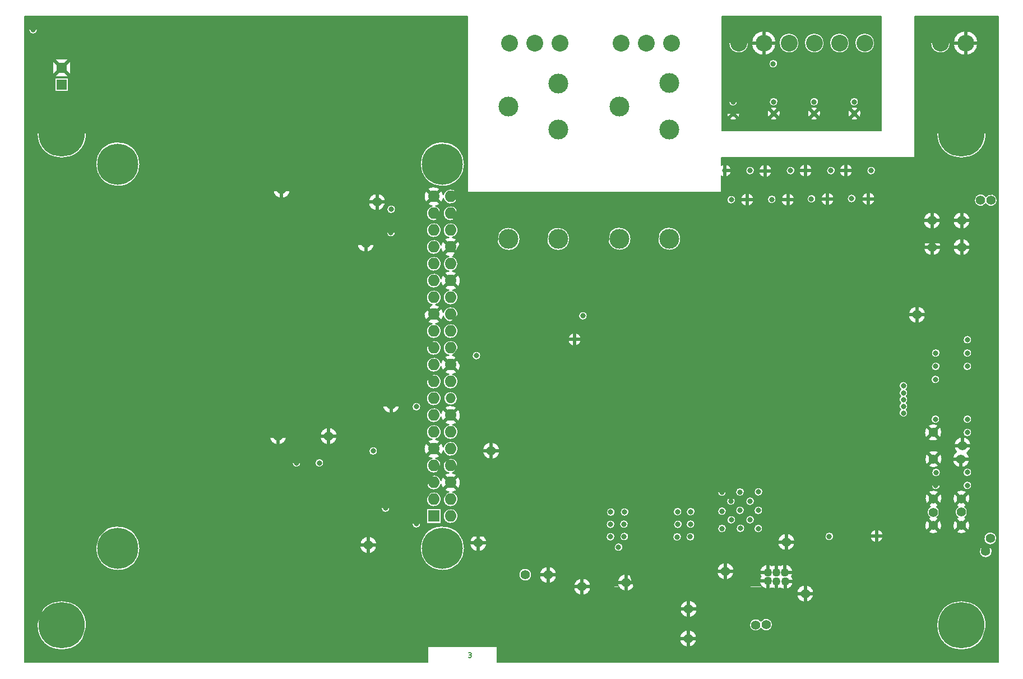
<source format=gbr>
%FSLAX23Y23*%
%MOIN*%
G04 EasyPC Gerber Version 17.0 Build 3379 *
%ADD74O,0.06000X0.06000*%
%ADD73O,0.07000X0.07000*%
%ADD77R,0.06000X0.06000*%
%ADD75R,0.07000X0.07000*%
%ADD28C,0.00500*%
%ADD29C,0.02000*%
%ADD81C,0.03200*%
%ADD82C,0.05000*%
%ADD80C,0.05600*%
%ADD78C,0.10000*%
%ADD79C,0.11811*%
%ADD76C,0.24409*%
%ADD72C,0.27500*%
X0Y0D02*
D02*
D28*
X2454Y58D02*
Y152D01*
X2868*
Y58*
X5849*
Y3898*
X5350*
Y3061*
X4201*
Y3014*
G75*
G02X4261Y2982I21J-32*
G01*
G75*
G02X4201Y2949I-39*
G01*
Y2852*
X2691*
Y3898*
X59*
Y58*
X2454*
X83Y3819D02*
G75*
G02X134I26D01*
G01*
G75*
G02X83I-26*
G01*
X132Y278D02*
G75*
G02X426I147D01*
G01*
G75*
G02X132I-147*
G01*
Y3203D02*
G75*
G02X426I147D01*
G01*
G75*
G02X132I-147*
G01*
X226Y3646D02*
X331D01*
Y3541*
X226*
Y3646*
X239Y3533D02*
X318D01*
Y3454*
X239*
Y3533*
X612Y605D02*
G75*
G02Y868J132D01*
G01*
G75*
G02Y605J-132*
G01*
Y2889D02*
G75*
G02Y3152J132D01*
G01*
G75*
G02Y2889J-132*
G01*
X1515Y1403D02*
G75*
G02X1616I51D01*
G01*
G75*
G02X1515I-51*
G01*
X1536Y2868D02*
G75*
G02X1637I51D01*
G01*
G75*
G02X1536I-51*
G01*
X1649Y1244D02*
G75*
G02X1700I26D01*
G01*
G75*
G02X1649I-26*
G01*
X1785D02*
G75*
G02X1836I26D01*
G01*
G75*
G02X1785I-26*
G01*
X1815Y1403D02*
G75*
G02X1916I51D01*
G01*
G75*
G02X1815I-51*
G01*
X2036Y2548D02*
G75*
G02X2137I51D01*
G01*
G75*
G02X2036I-51*
G01*
X2051Y756D02*
G75*
G02X2152I51D01*
G01*
G75*
G02X2051I-51*
G01*
X2103Y2795D02*
G75*
G02X2204I51D01*
G01*
G75*
G02X2103I-51*
G01*
X2105Y1315D02*
G75*
G02X2156I26D01*
G01*
G75*
G02X2105I-26*
G01*
X2179Y975D02*
G75*
G02X2230I26D01*
G01*
G75*
G02X2179I-26*
G01*
X2187Y1590D02*
G75*
G02X2288I51D01*
G01*
G75*
G02X2187I-51*
G01*
X2211Y2613D02*
G75*
G02X2262I26D01*
G01*
G75*
G02X2211I-26*
G01*
X2212Y2752D02*
G75*
G02X2263I26D01*
G01*
G75*
G02X2212I-26*
G01*
X2362Y882D02*
G75*
G02X2413I26D01*
G01*
G75*
G02X2362I-26*
G01*
Y1578D02*
G75*
G02X2413I26D01*
G01*
G75*
G02X2362I-26*
G01*
X2447Y972D02*
X2536D01*
Y883*
X2447*
Y972*
X2481Y1271D02*
G75*
G02Y1384I10J57D01*
G01*
G75*
G02X2491Y1472I10J43*
G01*
G75*
G02X2501Y1384J-44*
G01*
G75*
G02X2548Y1338I-10J-57*
G01*
G75*
G02X2591Y1372I43J-10*
G01*
G75*
G02Y1283J-44*
G01*
G75*
G02X2548Y1318J44*
G01*
G75*
G02X2501Y1271I-57J10*
G01*
G75*
G02X2491Y1183I-10J-43*
G01*
G75*
G02X2481Y1271J44*
G01*
Y2071D02*
G75*
G02Y2184I10J57D01*
G01*
G75*
G02X2491Y2272I10J43*
G01*
G75*
G02X2501Y2184J-44*
G01*
G75*
G02X2548Y2138I-10J-57*
G01*
G75*
G02X2591Y2172I43J-10*
G01*
G75*
G02Y2083J-44*
G01*
G75*
G02X2548Y2118J44*
G01*
G75*
G02X2501Y2071I-57J10*
G01*
G75*
G02X2491Y1983I-10J-43*
G01*
G75*
G02X2481Y2071J44*
G01*
Y2771D02*
G75*
G02X2491Y2885I10J57D01*
G01*
G75*
G02X2548Y2838J-58*
G01*
G75*
G02X2591Y2872I43J-10*
G01*
G75*
G02Y2783J-44*
G01*
G75*
G02X2548Y2818J44*
G01*
G75*
G02X2501Y2771I-57J10*
G01*
G75*
G02X2491Y2683I-10J-43*
G01*
G75*
G02X2481Y2771J44*
G01*
X2491Y1072D02*
G75*
G02Y983J-44D01*
G01*
G75*
G02Y1072J44*
G01*
Y1672D02*
G75*
G02Y1583J-44D01*
G01*
G75*
G02Y1672J44*
G01*
Y1772D02*
G75*
G02Y1683J-44D01*
G01*
G75*
G02Y1772J44*
G01*
Y1972D02*
G75*
G02Y1883J-44D01*
G01*
G75*
G02Y1972J44*
G01*
Y2472D02*
G75*
G02Y2383J-44D01*
G01*
G75*
G02Y2472J44*
G01*
Y2672D02*
G75*
G02Y2583J-44D01*
G01*
G75*
G02Y2672J44*
G01*
X2534Y1118D02*
G75*
G02X2491Y1083I-43J10D01*
G01*
G75*
G02Y1172J44*
G01*
G75*
G02X2534Y1138J-44*
G01*
G75*
G02X2581Y1184I57J-10*
G01*
G75*
G02X2591Y1272I10J43*
G01*
G75*
G02X2601Y1184J-44*
G01*
G75*
G02Y1071I-10J-57*
G01*
G75*
G02X2591Y983I-10J-43*
G01*
G75*
G02X2581Y1071J44*
G01*
G75*
G02X2534Y1118I10J57*
G01*
Y1518D02*
G75*
G02X2491Y1483I-43J10D01*
G01*
G75*
G02Y1572J44*
G01*
G75*
G02X2534Y1538J-44*
G01*
G75*
G02X2591Y1585I57J-10*
G01*
G75*
G02X2601Y1471J-58*
G01*
G75*
G02X2591Y1383I-10J-43*
G01*
G75*
G02X2581Y1471J44*
G01*
G75*
G02X2534Y1518I10J57*
G01*
Y1818D02*
G75*
G02X2491Y1783I-43J10D01*
G01*
G75*
G02Y1872J44*
G01*
G75*
G02X2534Y1838J-44*
G01*
G75*
G02X2581Y1884I57J-10*
G01*
G75*
G02X2591Y1972I10J43*
G01*
G75*
G02X2601Y1884J-44*
G01*
G75*
G02Y1771I-10J-57*
G01*
G75*
G02X2591Y1683I-10J-43*
G01*
G75*
G02X2581Y1771J44*
G01*
G75*
G02X2534Y1818I10J57*
G01*
Y2318D02*
G75*
G02X2491Y2283I-43J10D01*
G01*
G75*
G02Y2372J44*
G01*
G75*
G02X2534Y2338J-44*
G01*
G75*
G02X2581Y2384I57J-10*
G01*
G75*
G02Y2471I10J43*
G01*
G75*
G02X2534Y2518I10J57*
G01*
G75*
G02X2491Y2483I-43J10*
G01*
G75*
G02Y2572J44*
G01*
G75*
G02X2534Y2538J-44*
G01*
G75*
G02X2581Y2584I57J-10*
G01*
G75*
G02X2591Y2672I10J43*
G01*
G75*
G02X2601Y2584J-44*
G01*
G75*
G02Y2471I-10J-57*
G01*
G75*
G02Y2384I-10J-43*
G01*
G75*
G02Y2271I-10J-57*
G01*
G75*
G02X2591Y2183I-10J-43*
G01*
G75*
G02X2581Y2271J44*
G01*
G75*
G02X2534Y2318I10J57*
G01*
X2542Y605D02*
G75*
G02Y868J132D01*
G01*
G75*
G02Y605J-132*
G01*
Y2889D02*
G75*
G02Y3152J132D01*
G01*
G75*
G02Y2889J-132*
G01*
X2591Y883D02*
G75*
G02Y972J44D01*
G01*
G75*
G02Y883J-44*
G01*
Y1588D02*
G75*
G02Y1667J40D01*
G01*
G75*
G02Y1588J-40*
G01*
Y1983D02*
G75*
G02Y2072J44D01*
G01*
G75*
G02Y1983J-44*
G01*
Y2683D02*
G75*
G02Y2772J44D01*
G01*
G75*
G02Y2683J-44*
G01*
X2705Y768D02*
G75*
G02X2806I51D01*
G01*
G75*
G02X2705I-51*
G01*
X2719Y1882D02*
G75*
G02X2770I26D01*
G01*
G75*
G02X2719I-26*
G01*
X2832Y1266D02*
G75*
G02Y1367J51D01*
G01*
G75*
G02Y1266J-51*
G01*
X2935Y2644D02*
G75*
G02Y2507J-69D01*
G01*
G75*
G02Y2644J69*
G01*
X3035Y542D02*
G75*
G02Y617J38D01*
G01*
G75*
G02Y542J-38*
G01*
X3120Y578D02*
G75*
G02X3221I51D01*
G01*
G75*
G02X3120I-51*
G01*
X3230Y2644D02*
G75*
G02Y2507J-69D01*
G01*
G75*
G02Y2644J69*
G01*
X3290Y1978D02*
G75*
G02X3367I39D01*
G01*
G75*
G02X3290I-39*
G01*
X3323Y508D02*
G75*
G02X3424I51D01*
G01*
G75*
G02X3323I-51*
G01*
X3352Y2119D02*
G75*
G02X3403I26D01*
G01*
G75*
G02X3352I-26*
G01*
X3516Y805D02*
G75*
G02X3567I26D01*
G01*
G75*
G02X3516I-26*
G01*
Y879D02*
G75*
G02X3567I26D01*
G01*
G75*
G02X3516I-26*
G01*
X3518Y952D02*
G75*
G02X3569I26D01*
G01*
G75*
G02X3518I-26*
G01*
X3564Y743D02*
G75*
G02X3615I26D01*
G01*
G75*
G02X3564I-26*
G01*
X3595Y2645D02*
G75*
G02Y2508J-69D01*
G01*
G75*
G02Y2645J69*
G01*
X3596Y880D02*
G75*
G02X3647I26D01*
G01*
G75*
G02X3596I-26*
G01*
X3598Y806D02*
G75*
G02X3649I26D01*
G01*
G75*
G02X3598I-26*
G01*
X3600Y952D02*
G75*
G02X3651I26D01*
G01*
G75*
G02X3600I-26*
G01*
X3635Y583D02*
G75*
G02Y482J-51D01*
G01*
G75*
G02Y583J51*
G01*
X3891Y2645D02*
G75*
G02Y2508J-69D01*
G01*
G75*
G02Y2645J69*
G01*
X3912Y804D02*
G75*
G02X3963I26D01*
G01*
G75*
G02X3912I-26*
G01*
X3915Y954D02*
G75*
G02X3966I26D01*
G01*
G75*
G02X3915I-26*
G01*
X3917Y879D02*
G75*
G02X3968I26D01*
G01*
G75*
G02X3917I-26*
G01*
X3953Y200D02*
G75*
G02X4054I51D01*
G01*
G75*
G02X3953I-51*
G01*
X3956Y376D02*
G75*
G02X4057I51D01*
G01*
G75*
G02X3956I-51*
G01*
X3991Y805D02*
G75*
G02X4042I26D01*
G01*
G75*
G02X3991I-26*
G01*
X3992Y880D02*
G75*
G02X4043I26D01*
G01*
G75*
G02X3992I-26*
G01*
X3993Y954D02*
G75*
G02X4044I26D01*
G01*
G75*
G02X3993I-26*
G01*
X4175Y600D02*
G75*
G02X4276I51D01*
G01*
G75*
G02X4175I-51*
G01*
X4179Y854D02*
G75*
G02X4230I26D01*
G01*
G75*
G02X4179I-26*
G01*
Y957D02*
G75*
G02X4230I26D01*
G01*
G75*
G02X4179I-26*
G01*
Y1070D02*
G75*
G02X4230I26D01*
G01*
G75*
G02X4179I-26*
G01*
X4232Y1017D02*
G75*
G02X4283I26D01*
G01*
G75*
G02X4232I-26*
G01*
X4234Y906D02*
G75*
G02X4285I26D01*
G01*
G75*
G02X4234I-26*
G01*
Y2809D02*
G75*
G02X4285I26D01*
G01*
G75*
G02X4234I-26*
G01*
X4286Y962D02*
G75*
G02X4337I26D01*
G01*
G75*
G02X4286I-26*
G01*
Y1071D02*
G75*
G02X4337I26D01*
G01*
G75*
G02X4286I-26*
G01*
X4289Y855D02*
G75*
G02X4340I26D01*
G01*
G75*
G02X4289I-26*
G01*
X4316Y2809D02*
G75*
G02X4393I39D01*
G01*
G75*
G02X4316I-39*
G01*
X4346Y906D02*
G75*
G02X4397I26D01*
G01*
G75*
G02X4346I-26*
G01*
Y1016D02*
G75*
G02X4397I26D01*
G01*
G75*
G02X4346I-26*
G01*
Y2982D02*
G75*
G02X4397I26D01*
G01*
G75*
G02X4346I-26*
G01*
X4395Y854D02*
G75*
G02X4446I26D01*
G01*
G75*
G02X4395I-26*
G01*
Y962D02*
G75*
G02X4446I26D01*
G01*
G75*
G02X4395I-26*
G01*
X4396Y1072D02*
G75*
G02X4447I26D01*
G01*
G75*
G02X4396I-26*
G01*
X4424Y2980D02*
G75*
G02X4501I39D01*
G01*
G75*
G02X4424I-39*
G01*
X4436Y302D02*
G75*
G02X4505Y282I32J-20D01*
G01*
G75*
G02X4437Y261I-38*
G01*
G75*
G02X4368Y281I-32J20*
G01*
G75*
G02X4436Y302I38*
G01*
X4437Y567D02*
G75*
G02X4502Y633I40J26D01*
G01*
G75*
G02X4552Y633I26J-40*
G01*
G75*
G02X4619Y568I27J-39*
G01*
G75*
G02X4554Y501I-39J-28*
G01*
G75*
G02X4501Y501I-26J40*
G01*
G75*
G02X4437Y567I-25J41*
G01*
X4475Y2811D02*
G75*
G02X4526I26D01*
G01*
G75*
G02X4475I-26*
G01*
X4537Y774D02*
G75*
G02X4638I51D01*
G01*
G75*
G02X4537I-51*
G01*
X4558Y2809D02*
G75*
G02X4635I39D01*
G01*
G75*
G02X4558I-39*
G01*
X4587Y2982D02*
G75*
G02X4638I26D01*
G01*
G75*
G02X4587I-26*
G01*
X4649Y467D02*
G75*
G02X4750I51D01*
G01*
G75*
G02X4649I-51*
G01*
X4664Y2982D02*
G75*
G02X4741I39D01*
G01*
G75*
G02X4664I-39*
G01*
X4711Y2814D02*
G75*
G02X4762I26D01*
G01*
G75*
G02X4711I-26*
G01*
X4794Y2813D02*
G75*
G02X4871I39D01*
G01*
G75*
G02X4794I-39*
G01*
X4817Y807D02*
G75*
G02X4868I26D01*
G01*
G75*
G02X4817I-26*
G01*
X4827Y2982D02*
G75*
G02X4878I26D01*
G01*
G75*
G02X4827I-26*
G01*
X4904D02*
G75*
G02X4981I39D01*
G01*
G75*
G02X4904I-39*
G01*
X4950Y2816D02*
G75*
G02X5001I26D01*
G01*
G75*
G02X4950I-26*
G01*
X5037Y2814D02*
G75*
G02X5114I39D01*
G01*
G75*
G02X5037I-39*
G01*
X5066Y2982D02*
G75*
G02X5117I26D01*
G01*
G75*
G02X5066I-26*
G01*
X5086Y810D02*
G75*
G02X5163I39D01*
G01*
G75*
G02X5086I-39*
G01*
X5268Y1561D02*
G75*
G02Y1601I16J20D01*
G01*
G75*
G02Y1641I16J20*
G01*
G75*
G02X5269Y1682I16J20*
G01*
G75*
G02X5284Y1728I15J21*
G01*
G75*
G02X5299Y1682J-26*
G01*
G75*
G02X5300Y1641I-15J-21*
G01*
G75*
G02Y1601I-16J-20*
G01*
G75*
G02Y1561I-16J-20*
G01*
G75*
G02X5284Y1516I-16J-20*
G01*
G75*
G02X5268Y1561J26*
G01*
X5314Y2125D02*
G75*
G02X5415I51D01*
G01*
G75*
G02X5314I-51*
G01*
X5403Y2685D02*
G75*
G02X5504I51D01*
G01*
G75*
G02X5403I-51*
G01*
X5405Y2527D02*
G75*
G02X5506I51D01*
G01*
G75*
G02X5405I-51*
G01*
X5410Y1425D02*
G75*
G02X5511I51D01*
G01*
G75*
G02X5410I-51*
G01*
X5412Y1267D02*
G75*
G02X5513I51D01*
G01*
G75*
G02X5412I-51*
G01*
X5441Y920D02*
G75*
G02X5444Y984I21J31D01*
G01*
G75*
G02X5412Y1031I19J47*
G01*
G75*
G02X5513I51*
G01*
G75*
G02X5480Y983I-51*
G01*
G75*
G02X5482Y920I-19J-32*
G01*
G75*
G02X5512Y874I-21J-46*
G01*
G75*
G02X5411I-51*
G01*
G75*
G02X5441Y920I51*
G01*
X5444Y3740D02*
G75*
G02X5563I59D01*
G01*
G75*
G02X5444I-59*
G01*
X5448Y1504D02*
G75*
G02X5499I26D01*
G01*
G75*
G02X5448I-26*
G01*
Y1740D02*
G75*
G02X5499I26D01*
G01*
G75*
G02X5448I-26*
G01*
X5450Y1818D02*
G75*
G02X5501I26D01*
G01*
G75*
G02X5450I-26*
G01*
Y1897D02*
G75*
G02X5501I26D01*
G01*
G75*
G02X5450I-26*
G01*
X5451Y1110D02*
G75*
G02X5502I26D01*
G01*
G75*
G02X5451I-26*
G01*
X5452Y1187D02*
G75*
G02X5503I26D01*
G01*
G75*
G02X5452I-26*
G01*
X5482Y278D02*
G75*
G02X5776I147D01*
G01*
G75*
G02X5482I-147*
G01*
Y3203D02*
G75*
G02X5776I147D01*
G01*
G75*
G02X5482I-147*
G01*
X5579Y2527D02*
G75*
G02X5680I51D01*
G01*
G75*
G02X5579I-51*
G01*
Y2685D02*
G75*
G02X5680I51D01*
G01*
G75*
G02X5579I-51*
G01*
X5581Y3740D02*
G75*
G02X5726I73D01*
G01*
G75*
G02X5581I-73*
G01*
X5600Y1310D02*
G75*
G02X5584Y1347I35J37D01*
G01*
G75*
G02X5685I51*
G01*
G75*
G02X5661Y1303I-51*
G01*
G75*
G02X5677Y1267I-35J-37*
G01*
G75*
G02X5576I-51*
G01*
G75*
G02X5600Y1310I51*
G01*
X5609Y920D02*
G75*
G02Y984I19J32D01*
G01*
G75*
G02X5578Y1031I19J47*
G01*
G75*
G02X5679I51*
G01*
G75*
G02X5648Y984I-51*
G01*
G75*
G02Y920I-19J-32*
G01*
G75*
G02X5679Y874I-19J-47*
G01*
G75*
G02X5578I-51*
G01*
G75*
G02X5609Y920I51*
G01*
X5638Y1110D02*
G75*
G02X5689I26D01*
G01*
G75*
G02X5638I-26*
G01*
Y1188D02*
G75*
G02X5689I26D01*
G01*
G75*
G02X5638I-26*
G01*
Y1425D02*
G75*
G02X5689I26D01*
G01*
G75*
G02X5638I-26*
G01*
Y1504D02*
G75*
G02X5689I26D01*
G01*
G75*
G02X5638I-26*
G01*
Y1818D02*
G75*
G02X5689I26D01*
G01*
G75*
G02X5638I-26*
G01*
Y1897D02*
G75*
G02X5689I26D01*
G01*
G75*
G02X5638I-26*
G01*
Y1976D02*
G75*
G02X5689I26D01*
G01*
G75*
G02X5638I-26*
G01*
X5736Y718D02*
G75*
G02X5811I38D01*
G01*
G75*
G02X5736I-38*
G01*
X5763Y795D02*
G75*
G02X5838I38D01*
G01*
G75*
G02X5763I-38*
G01*
X5773Y2785D02*
G75*
G02X5705Y2806I-31J21D01*
G01*
G75*
G02X5773Y2826I38*
G01*
G75*
G02X5842Y2806I31J-21*
G01*
G75*
G02X5773Y2785I-38*
G01*
X59Y3819D02*
G36*
Y3593D01*
X226*
Y3646*
X331*
Y3593*
X2691*
Y3819*
X134*
G75*
G02X83I-26*
G01*
X59*
G37*
X83D02*
G36*
G75*
G02X134I26D01*
G01*
X2691*
Y3898*
X59*
Y3819*
X83*
G37*
X59Y278D02*
G36*
Y200D01*
X154*
G75*
G02X132Y278I125J78*
G01*
X59*
G37*
X132D02*
G36*
G75*
G02X169Y376I147D01*
G01*
X59*
Y278*
X132*
G37*
X426D02*
G36*
G75*
G02X403Y200I-147J0D01*
G01*
X3953*
G75*
G02X4054I51*
G01*
X5504*
G75*
G02X5482Y278I125J78*
G01*
X4505*
G75*
G02X4437Y261I-37J4*
G01*
G75*
G02X4368Y278I-32J20*
G01*
X426*
G37*
X4368D02*
G36*
G75*
G02X4368Y281I37J3D01*
G01*
G75*
G02X4436Y302I38*
G01*
G75*
G02X4505Y282I32J-20*
G01*
G75*
G02X4505Y278I-38*
G01*
X5482*
G75*
G02X5519Y376I147*
G01*
X4057*
G75*
G02X3956I-51*
G01*
X388*
G75*
G02X426Y278I-110J-98*
G01*
X4368*
G37*
X5776D02*
G36*
G75*
G02X5753Y200I-147J0D01*
G01*
X5849*
Y278*
X5776*
G37*
X5849D02*
G36*
Y376D01*
X5738*
G75*
G02X5776Y278I-110J-98*
G01*
X5849*
G37*
X59Y3203D02*
G36*
Y3020D01*
X481*
G75*
G02X612Y3152I132*
G01*
G75*
G02X744Y3020J-132*
G01*
X2410*
G75*
G02X2542Y3152I132*
G01*
G75*
G02X2673Y3020J-132*
G01*
X2691*
Y3203*
X426*
G75*
G02X132I-147*
G01*
X59*
G37*
X132D02*
G36*
G75*
G02X426I147D01*
G01*
X2691*
Y3493*
X318*
Y3454*
X239*
Y3493*
X59*
Y3203*
X132*
G37*
X5350D02*
G36*
Y3061D01*
X4201*
Y3014*
G75*
G02X4261Y2982I21J-32*
G01*
X4346*
G75*
G02X4397I26*
G01*
X4424*
G75*
G02X4501I38J-1*
G01*
X4587*
G75*
G02X4638I26*
G01*
X4664*
G75*
G02X4741I39*
G01*
X4827*
G75*
G02X4878I26*
G01*
X4904*
G75*
G02X4981I39*
G01*
X5066*
G75*
G02X5117I26*
G01*
X5849*
Y3203*
X5776*
G75*
G02X5482I-147*
G01*
X5350*
G37*
X5482D02*
G36*
G75*
G02X5776I147D01*
G01*
X5849*
Y3740*
X5726*
G75*
G02X5581I-73*
G01*
X5563*
G75*
G02X5444I-59*
G01*
X5350*
Y3203*
X5482*
G37*
X59Y3593D02*
G36*
Y3493D01*
X239*
Y3533*
X318*
Y3493*
X2691*
Y3593*
X331*
Y3541*
X226*
Y3593*
X59*
G37*
Y737D02*
G36*
Y579D01*
X2998*
G75*
G02X3035Y617I38*
G01*
G75*
G02X3073Y579J-38*
G01*
X3120*
G75*
G02X3220I50J-1*
G01*
X3615*
G75*
G02X3635Y583I20J-46*
G01*
G75*
G02X3656Y579I0J-51*
G01*
X4180*
G75*
G02X4175Y600I46J21*
G01*
G75*
G02X4276I51*
G01*
G75*
G02X4271Y579I-51J0*
G01*
X4431*
G75*
G02X4502Y633I45J14*
G01*
G75*
G02X4552Y633I26J-40*
G01*
G75*
G02X4624Y579I27J-39*
G01*
X5849*
Y737*
X5806*
G75*
G02X5811Y718I-32J-19*
G01*
G75*
G02X5736I-38*
G01*
G75*
G02X5741Y737I38J0*
G01*
X4622*
G75*
G02X4553I-34J37*
G01*
X3614*
G75*
G02X3564I-25J6*
G01*
X2796*
G75*
G02X2716I-40J31*
G01*
X2673*
G75*
G02X2542Y605I-132*
G01*
G75*
G02X2410Y737J132*
G01*
X2148*
G75*
G02X2055I-47J19*
G01*
X744*
G75*
G02X612Y605I-132*
G01*
G75*
G02X481Y737J132*
G01*
X59*
G37*
X481D02*
G36*
G75*
G02X500Y805I132D01*
G01*
X59*
Y737*
X481*
G37*
X2055D02*
G36*
G75*
G02X2051Y756I47J19D01*
G01*
G75*
G02X2088Y805I51*
G01*
X725*
G75*
G02X744Y737I-113J-68*
G01*
X2055*
G37*
X2410D02*
G36*
G75*
G02X2429Y805I132D01*
G01*
X2115*
G75*
G02X2152Y756I-13J-49*
G01*
G75*
G02X2148Y737I-51J0*
G01*
X2410*
G37*
X2716D02*
G36*
G75*
G02X2705Y768I40J31D01*
G01*
G75*
G02X2722Y805I51*
G01*
X2654*
G75*
G02X2673Y737I-113J-68*
G01*
X2716*
G37*
X3564D02*
G36*
G75*
G02X3564Y743I25J6D01*
G01*
G75*
G02X3615I26*
G01*
G75*
G02X3614Y737I-26J0*
G01*
X4553*
G75*
G02X4537Y774I34J37*
G01*
G75*
G02X4547Y805I51*
G01*
X4042*
G75*
G02X3991I-26*
G01*
X3963*
G75*
G02X3963Y804I-25J-1*
G01*
G75*
G02X3912I-26*
G01*
G75*
G02X3912Y805I25J0*
G01*
X3649*
G75*
G02X3598I-25J1*
G01*
X3567*
G75*
G02X3516I-26*
G01*
X2790*
G75*
G02X2806Y768I-34J-37*
G01*
G75*
G02X2796Y737I-51*
G01*
X3564*
G37*
X5741D02*
G36*
G75*
G02X5806I32J-19D01*
G01*
X5849*
Y805*
X5837*
G75*
G02X5838Y795I-36J-10*
G01*
G75*
G02X5763I-38*
G01*
G75*
G02X5765Y805I38J0*
G01*
X5163*
G75*
G02X5086I-38J5*
G01*
X4868*
G75*
G02X4817I-25J2*
G01*
X4627*
G75*
G02X4638Y774I-40J-31*
G01*
G75*
G02X4622Y737I-51*
G01*
X5741*
G37*
X59Y3020D02*
G36*
Y2982D01*
X487*
G75*
G02X481Y3020I126J39*
G01*
X59*
G37*
X744D02*
G36*
G75*
G02X738Y2982I-132D01*
G01*
X2416*
G75*
G02X2410Y3020I126J39*
G01*
X744*
G37*
X2673D02*
G36*
G75*
G02X2667Y2982I-132D01*
G01*
X2691*
Y3020*
X2673*
G37*
X59Y1403D02*
G36*
Y1315D01*
X2105*
G75*
G02X2156I26*
G01*
X2435*
G75*
G02X2481Y1384I56J12*
G01*
G75*
G02X2454Y1403I10J43*
G01*
X1916*
G75*
G02X1815I-51*
G01*
X1616*
G75*
G02X1515I-51*
G01*
X59*
G37*
X1515D02*
G36*
G75*
G02X1616I51D01*
G01*
X1815*
G75*
G02X1916I51*
G01*
X2454*
G75*
G02X2491Y1472I37J25*
G01*
G75*
G02X2528Y1403J-44*
G01*
X2554*
G75*
G02X2581Y1471I37J25*
G01*
G75*
G02X2534Y1518I10J57*
G01*
G75*
G02X2491Y1483I-43J10*
G01*
G75*
G02X2453Y1504J44*
G01*
X59*
Y1403*
X1515*
G37*
X2528D02*
G36*
G75*
G02X2501Y1384I-37J25D01*
G01*
G75*
G02X2548Y1338I-10J-57*
G01*
G75*
G02X2591Y1372I43J-10*
G01*
G75*
G02X2634Y1315J-44*
G01*
X2781*
G75*
G02X2832Y1367I50J1*
G01*
G75*
G02X2882Y1315J-51*
G01*
X5449*
G75*
G02X5476I13J-49*
G01*
X5595*
G75*
G02X5584Y1347I40J31*
G01*
G75*
G02X5685I51*
G01*
G75*
G02X5675Y1315I-51*
G01*
X5849*
Y1403*
X5676*
G75*
G02X5652I-12J22*
G01*
X5505*
G75*
G02X5415I-45J22*
G01*
X2628*
G75*
G02X2591Y1383I-37J25*
G01*
G75*
G02X2554Y1403J44*
G01*
X2528*
G37*
X5415D02*
G36*
G75*
G02X5410Y1425I45J22D01*
G01*
G75*
G02X5511I51*
G01*
G75*
G02X5505Y1403I-51*
G01*
X5652*
G75*
G02X5638Y1425I12J22*
G01*
G75*
G02X5689I26*
G01*
G75*
G02X5676Y1403I-26*
G01*
X5849*
Y1504*
X5689*
G75*
G02X5638I-26*
G01*
X5499*
G75*
G02X5448I-26*
G01*
X2643*
G75*
G02X2601Y1471I-52J24*
G01*
G75*
G02X2628Y1403I-10J-43*
G01*
X5415*
G37*
X59Y2868D02*
G36*
Y2795D01*
X2103*
G75*
G02X2204I51*
G01*
X2444*
G75*
G02X2450Y2868I47J33*
G01*
X1637*
G75*
G02X1536I-51*
G01*
X59*
G37*
X1536D02*
G36*
G75*
G02X1637I51D01*
G01*
X2450*
G75*
G02X2491Y2885I41J-40*
G01*
G75*
G02X2548Y2838J-58*
G01*
G75*
G02X2591Y2872I43J-10*
G01*
G75*
G02X2610Y2868J-44*
G01*
X2691*
Y2982*
X2667*
G75*
G02X2542Y2889I-126J39*
G01*
G75*
G02X2416Y2982J132*
G01*
X738*
G75*
G02X612Y2889I-126J39*
G01*
G75*
G02X487Y2982J132*
G01*
X59*
Y2868*
X1536*
G37*
X2610D02*
G36*
G75*
G02X2621Y2795I-19J-40D01*
G01*
X4238*
G75*
G02X4234Y2809I21J14*
G01*
G75*
G02X4285I26*
G01*
G75*
G02X4281Y2795I-26*
G01*
X4319*
G75*
G02X4316Y2809I36J14*
G01*
G75*
G02X4393I39*
G01*
G75*
G02X4390Y2795I-39*
G01*
X4480*
G75*
G02X4475Y2811I20J15*
G01*
G75*
G02X4526I26*
G01*
G75*
G02X4521Y2795I-26*
G01*
X4561*
G75*
G02X4558Y2809I36J14*
G01*
G75*
G02X4635I39*
G01*
G75*
G02X4632Y2795I-39*
G01*
X4720*
G75*
G02X4711Y2814I17J19*
G01*
G75*
G02X4762I26*
G01*
G75*
G02X4753Y2795I-26*
G01*
X4798*
G75*
G02X4794Y2813I34J18*
G01*
G75*
G02X4871I39*
G01*
G75*
G02X4866Y2795I-39J0*
G01*
X4961*
G75*
G02X4950Y2816I15J20*
G01*
G75*
G02X5001I26*
G01*
G75*
G02X4991Y2795I-26*
G01*
X5042*
G75*
G02X5037Y2814I33J19*
G01*
G75*
G02X5114I39*
G01*
G75*
G02X5109Y2795I-39J0*
G01*
X5706*
G75*
G02X5705Y2806I36J10*
G01*
G75*
G02X5773Y2826I38*
G01*
G75*
G02X5842Y2806I31J-21*
G01*
G75*
G02X5841Y2795I-38*
G01*
X5849*
Y2982*
X5117*
G75*
G02X5066I-26*
G01*
X4981*
G75*
G02X4904I-39*
G01*
X4878*
G75*
G02X4827I-26*
G01*
X4741*
G75*
G02X4664I-39*
G01*
X4638*
G75*
G02X4587I-26*
G01*
X4501*
G75*
G02X4501Y2980I-38J-1*
G01*
G75*
G02X4424I-39*
G01*
G75*
G02X4424Y2982I38J0*
G01*
X4397*
G75*
G02X4346I-26*
G01*
X4261*
G75*
G02X4201Y2949I-39*
G01*
Y2852*
X2691*
Y2868*
X2610*
G37*
X59Y1244D02*
G36*
Y1187D01*
X2473*
G75*
G02X2450Y1244I18J41*
G01*
X1836*
G75*
G02X1785I-26*
G01*
X1700*
G75*
G02X1649I-26*
G01*
X59*
G37*
X1649D02*
G36*
G75*
G02X1700I26D01*
G01*
X1785*
G75*
G02X1836I26*
G01*
X2450*
G75*
G02X2481Y1271I41J-17*
G01*
G75*
G02X2435Y1315I10J57*
G01*
X2156*
G75*
G02X2105I-26*
G01*
X59*
Y1244*
X1649*
G37*
X2532D02*
G36*
G75*
G02X2509Y1187I-41J-17D01*
G01*
X2573*
G75*
G02X2550Y1244I18J41*
G01*
X2532*
G37*
X2550D02*
G36*
G75*
G02X2591Y1272I41J-17D01*
G01*
G75*
G02X2632Y1244J-44*
G01*
X5417*
G75*
G02X5412Y1267I45J22*
G01*
G75*
G02X5449Y1315I51*
G01*
X2882*
G75*
G02X2832Y1266I-50J1*
G01*
G75*
G02X2781Y1315J51*
G01*
X2634*
G75*
G02X2591Y1283I-43J12*
G01*
G75*
G02X2548Y1318J44*
G01*
G75*
G02X2501Y1271I-57J10*
G01*
G75*
G02X2532Y1244I-10J-43*
G01*
X2550*
G37*
X2632D02*
G36*
G75*
G02X2609Y1187I-41J-17D01*
G01*
X5452*
G75*
G02X5503I26*
G01*
X5638*
G75*
G02X5638Y1188I25J1*
G01*
G75*
G02X5689I26*
G01*
G75*
G02X5689Y1187I-26J0*
G01*
X5849*
Y1244*
X5671*
G75*
G02X5581I-45J22*
G01*
X5508*
G75*
G02X5417I-45J22*
G01*
X2632*
G37*
X5581D02*
G36*
G75*
G02X5576Y1267I45J22D01*
G01*
G75*
G02X5600Y1310I51*
G01*
G75*
G02X5595Y1315I35J37*
G01*
X5476*
G75*
G02X5513Y1267I-13J-49*
G01*
G75*
G02X5508Y1244I-51*
G01*
X5581*
G37*
X5849D02*
G36*
Y1315D01*
X5675*
G75*
G02X5661Y1303I-40J31*
G01*
G75*
G02X5677Y1267I-35J-37*
G01*
G75*
G02X5671Y1244I-51*
G01*
X5849*
G37*
X59Y2548D02*
G36*
Y2428D01*
X2447*
G75*
G02X2491Y2472I44*
G01*
G75*
G02X2536Y2428J-44*
G01*
X2547*
G75*
G02X2581Y2471I44*
G01*
G75*
G02X2534Y2518I10J57*
G01*
G75*
G02X2491Y2483I-43J10*
G01*
G75*
G02X2452Y2548J44*
G01*
X2137*
G75*
G02X2036I-51*
G01*
X59*
G37*
X2036D02*
G36*
G75*
G02X2137I51D01*
G01*
X2452*
G75*
G02X2491Y2572I39J-21*
G01*
G75*
G02X2534Y2538J-44*
G01*
G75*
G02X2581Y2584I57J-10*
G01*
G75*
G02X2549Y2613I10J43*
G01*
X2533*
G75*
G02X2491Y2583I-42J14*
G01*
G75*
G02X2449Y2613J44*
G01*
X2262*
G75*
G02X2211I-26*
G01*
X59*
Y2548*
X2036*
G37*
X2645D02*
G36*
G75*
G02X2601Y2471I-54J-21D01*
G01*
G75*
G02X2636Y2428I-10J-43*
G01*
X5849*
Y2548*
X5676*
G75*
G02X5680Y2527I-46J-21*
G01*
G75*
G02X5579I-51*
G01*
G75*
G02X5584Y2548I51*
G01*
X5501*
G75*
G02X5506Y2527I-46J-21*
G01*
G75*
G02X5405I-51*
G01*
G75*
G02X5409Y2548I51*
G01*
X3953*
G75*
G02X3891Y2508I-63J28*
G01*
G75*
G02X3828Y2548J69*
G01*
X3658*
G75*
G02X3595Y2508I-63J28*
G01*
G75*
G02X3533Y2548J69*
G01*
X3293*
G75*
G02X3230Y2507I-63J27*
G01*
G75*
G02X3167Y2548J69*
G01*
X2998*
G75*
G02X2935Y2507I-63J27*
G01*
G75*
G02X2872Y2548J69*
G01*
X2645*
G37*
X2872D02*
G36*
G75*
G02X2878Y2613I63J27D01*
G01*
X2633*
G75*
G02X2601Y2584I-42J14*
G01*
G75*
G02X2645Y2548I-10J-57*
G01*
X2872*
G37*
X3167D02*
G36*
G75*
G02X3173Y2613I63J27D01*
G01*
X2992*
G75*
G02X2998Y2548I-57J-38*
G01*
X3167*
G37*
X3533D02*
G36*
G75*
G02X3537Y2613I63J28D01*
G01*
X3287*
G75*
G02X3293Y2548I-57J-38*
G01*
X3533*
G37*
X3828D02*
G36*
G75*
G02X3833Y2613I63J28D01*
G01*
X3653*
G75*
G02X3658Y2548I-58J-37*
G01*
X3828*
G37*
X5409D02*
G36*
G75*
G02X5501I46J-21D01*
G01*
X5584*
G75*
G02X5676I46J-21*
G01*
X5849*
Y2613*
X3948*
G75*
G02X3953Y2548I-58J-37*
G01*
X5409*
G37*
X59Y2795D02*
G36*
Y2752D01*
X2127*
G75*
G02X2103Y2795I26J43*
G01*
X59*
G37*
X2204D02*
G36*
G75*
G02X2180Y2752I-51D01*
G01*
X2212*
G75*
G02X2263I26*
G01*
X2454*
G75*
G02X2481Y2771I37J-24*
G01*
G75*
G02X2444Y2795I10J57*
G01*
X2204*
G37*
X2621D02*
G36*
G75*
G02X2591Y2783I-30J33D01*
G01*
G75*
G02X2548Y2818J44*
G01*
G75*
G02X2501Y2771I-57J10*
G01*
G75*
G02X2528Y2752I-10J-43*
G01*
X2554*
G75*
G02X2591Y2772I37J-24*
G01*
G75*
G02X2628Y2752J-44*
G01*
X5849*
Y2795*
X5841*
G75*
G02X5773Y2785I-36J10*
G01*
G75*
G02X5706Y2795I-31J21*
G01*
X5109*
G75*
G02X5042I-33J19*
G01*
X4991*
G75*
G02X4961I-15J20*
G01*
X4866*
G75*
G02X4798I-34J18*
G01*
X4753*
G75*
G02X4720I-17J19*
G01*
X4632*
G75*
G02X4561I-36J14*
G01*
X4521*
G75*
G02X4480I-20J15*
G01*
X4390*
G75*
G02X4319I-36J14*
G01*
X4281*
G75*
G02X4238I-21J14*
G01*
X2621*
G37*
X59Y975D02*
G36*
Y928D01*
X2447*
Y972*
X2536*
Y928*
X2547*
G75*
G02X2591Y972I44*
G01*
G75*
G02X2636Y928J-44*
G01*
X3537*
G75*
G02X3518Y952I7J25*
G01*
G75*
G02X3531Y975I26*
G01*
X2230*
G75*
G02X2179I-26*
G01*
X59*
G37*
X2179D02*
G36*
G75*
G02X2230I26D01*
G01*
X3531*
G75*
G02X3555I12J-22*
G01*
X3613*
G75*
G02X3638I12J-22*
G01*
X3926*
G75*
G02X3954I14J-21*
G01*
X4005*
G75*
G02X4033I14J-21*
G01*
X4186*
G75*
G02X4223I19J-17*
G01*
X4290*
G75*
G02X4334I22J-12*
G01*
X4398*
G75*
G02X4443I22J-12*
G01*
X5432*
G75*
G02X5444Y984I29J-24*
G01*
G75*
G02X5412Y1028I19J47*
G01*
X4395*
G75*
G02X4397Y1016I-23J-12*
G01*
G75*
G02X4346I-26*
G01*
G75*
G02X4349Y1028I26*
G01*
X4280*
G75*
G02X4283Y1017I-23J-10*
G01*
G75*
G02X4232I-26*
G01*
G75*
G02X4234Y1028I26*
G01*
X2636*
G75*
G02X2591Y983I-44*
G01*
G75*
G02X2547Y1028J44*
G01*
X2536*
G75*
G02X2491Y983I-44*
G01*
G75*
G02X2447Y1028J44*
G01*
X59*
Y975*
X2179*
G37*
X3555D02*
G36*
G75*
G02X3569Y952I-12J-22D01*
G01*
G75*
G02X3550Y928I-26*
G01*
X3619*
G75*
G02X3600Y952I7J25*
G01*
G75*
G02X3613Y975I26*
G01*
X3555*
G37*
X3638D02*
G36*
G75*
G02X3651Y952I-12J-22D01*
G01*
G75*
G02X3632Y928I-26*
G01*
X4246*
G75*
G02X4273I14J-22*
G01*
X4358*
G75*
G02X4386I14J-22*
G01*
X5432*
G75*
G02X5432Y975I29J23*
G01*
X4443*
G75*
G02X4446Y962I-22J-12*
G01*
G75*
G02X4395I-26*
G01*
G75*
G02X4398Y975I26*
G01*
X4334*
G75*
G02X4337Y962I-22J-12*
G01*
G75*
G02X4286I-26*
G01*
G75*
G02X4290Y975I26*
G01*
X4223*
G75*
G02X4230Y957I-19J-17*
G01*
G75*
G02X4179I-26*
G01*
G75*
G02X4186Y975I26*
G01*
X4033*
G75*
G02X4044Y954I-14J-21*
G01*
G75*
G02X3993I-26*
G01*
G75*
G02X4005Y975I26*
G01*
X3954*
G75*
G02X3966Y954I-14J-21*
G01*
G75*
G02X3915I-26*
G01*
G75*
G02X3926Y975I26*
G01*
X3638*
G37*
X5490D02*
G36*
G75*
G02X5491Y928I-29J-24D01*
G01*
X5600*
G75*
G02X5599Y975I28J25*
G01*
X5490*
G37*
X5599D02*
G36*
G75*
G02X5609Y984I30J-22D01*
G01*
G75*
G02X5578Y1028I19J47*
G01*
X5513*
G75*
G02X5480Y983I-50J3*
G01*
G75*
G02X5490Y975I-19J-32*
G01*
X5599*
G37*
X5659D02*
G36*
G75*
G02X5657Y928I-30J-22D01*
G01*
X5849*
Y975*
X5659*
G37*
X5849D02*
G36*
Y1028D01*
X5679*
G75*
G02X5648Y984I-50J3*
G01*
G75*
G02X5659Y975I-19J-32*
G01*
X5849*
G37*
X59Y1590D02*
G36*
Y1504D01*
X2453*
G75*
G02X2491Y1572I38J24*
G01*
G75*
G02X2534Y1538J-44*
G01*
G75*
G02X2591Y1585I57J-10*
G01*
G75*
G02X2643Y1504J-58*
G01*
X5448*
G75*
G02X5499I26*
G01*
X5638*
G75*
G02X5689I26*
G01*
X5849*
Y1590*
X5308*
G75*
G02X5300Y1561I-24J-9*
G01*
G75*
G02X5284Y1516I-16J-20*
G01*
G75*
G02X5268Y1561J26*
G01*
G75*
G02X5260Y1590I16J20*
G01*
X2603*
G75*
G02X2591Y1588I-12J38*
G01*
G75*
G02X2579Y1590J40*
G01*
X2515*
G75*
G02X2491Y1583I-24J38*
G01*
G75*
G02X2467Y1590J44*
G01*
X2410*
G75*
G02X2413Y1578I-22J-13*
G01*
G75*
G02X2362I-26*
G01*
G75*
G02X2365Y1590I26*
G01*
X2288*
G75*
G02X2187I-51*
G01*
X59*
G37*
X2187D02*
G36*
G75*
G02X2288I51D01*
G01*
X2365*
G75*
G02X2410I22J-13*
G01*
X2467*
G75*
G02X2491Y1672I24J38*
G01*
G75*
G02X2515Y1590J-44*
G01*
X2579*
G75*
G02X2591Y1667I12J38*
G01*
G75*
G02X2603Y1590J-40*
G01*
X5260*
G75*
G02X5268Y1601I24J-9*
G01*
G75*
G02Y1641I16J20*
G01*
G75*
G02X5269Y1682I16J20*
G01*
G75*
G02X5281Y1728I15J21*
G01*
X2636*
G75*
G02X2591Y1683I-44*
G01*
G75*
G02X2547Y1728J44*
G01*
X2536*
G75*
G02X2491Y1683I-44*
G01*
G75*
G02X2447Y1728J44*
G01*
X59*
Y1590*
X2187*
G37*
X5849D02*
G36*
Y1728D01*
X5496*
G75*
G02X5451I-22J12*
G01*
X5287*
G75*
G02X5299Y1682I-3J-25*
G01*
G75*
G02X5300Y1641I-15J-21*
G01*
G75*
G02Y1601I-16J-20*
G01*
G75*
G02X5308Y1590I-16J-20*
G01*
X5849*
G37*
X2211Y2613D02*
G36*
G75*
G02X2262I26D01*
G01*
X2449*
G75*
G02X2491Y2672I42J14*
G01*
G75*
G02X2533Y2613J-44*
G01*
X2549*
G75*
G02X2591Y2672I42J14*
G01*
G75*
G02X2633Y2613J-44*
G01*
X2878*
G75*
G02X2935Y2644I57J-38*
G01*
G75*
G02X2992Y2613J-69*
G01*
X3173*
G75*
G02X3230Y2644I57J-38*
G01*
G75*
G02X3287Y2613J-69*
G01*
X3537*
G75*
G02X3595Y2645I58J-37*
G01*
G75*
G02X3653Y2613J-69*
G01*
X3833*
G75*
G02X3891Y2645I58J-37*
G01*
G75*
G02X3948Y2613J-69*
G01*
X5849*
Y2685*
X5680*
G75*
G02X5579I-51*
G01*
X5504*
G75*
G02X5403I-51*
G01*
X2602*
G75*
G02X2591Y2683I-11J43*
G01*
G75*
G02X2580Y2685J44*
G01*
X2502*
G75*
G02X2491Y2683I-11J43*
G01*
G75*
G02X2480Y2685J44*
G01*
X59*
Y2613*
X2211*
G37*
X59Y2752D02*
G36*
Y2685D01*
X2480*
G75*
G02X2454Y2752I11J43*
G01*
X2263*
G75*
G02X2212I-26*
G01*
X2180*
G75*
G02X2127I-26J43*
G01*
X59*
G37*
X2528D02*
G36*
G75*
G02X2502Y2685I-37J-24D01*
G01*
X2580*
G75*
G02X2554Y2752I11J43*
G01*
X2528*
G37*
X2628D02*
G36*
G75*
G02X2602Y2685I-37J-24D01*
G01*
X5403*
G75*
G02X5504I51*
G01*
X5579*
G75*
G02X5680I51*
G01*
X5849*
Y2752*
X2628*
G37*
X59Y882D02*
G36*
Y854D01*
X552*
G75*
G02X612Y868I61J-117*
G01*
G75*
G02X673Y854J-132*
G01*
X2481*
G75*
G02X2542Y868I61J-117*
G01*
G75*
G02X2602Y854J-132*
G01*
X3537*
G75*
G02X3516Y879I5J25*
G01*
G75*
G02X3517Y882I26J0*
G01*
X2413*
G75*
G02X2362I-26*
G01*
X59*
G37*
X2362D02*
G36*
G75*
G02X2413I26D01*
G01*
X3517*
G75*
G02X3567I25J-4*
G01*
X3596*
G75*
G02X3647I25J-2*
G01*
X3917*
G75*
G02X3968I25J-4*
G01*
X3992*
G75*
G02X4043I25J-2*
G01*
X4250*
G75*
G02X4234Y906I9J24*
G01*
G75*
G02X4246Y928I26*
G01*
X3632*
G75*
G02X3619I-7J25*
G01*
X3550*
G75*
G02X3537I-7J25*
G01*
X2636*
G75*
G02X2591Y883I-44*
G01*
G75*
G02X2547Y928J44*
G01*
X2536*
Y883*
X2447*
Y928*
X59*
Y882*
X2362*
G37*
X3567D02*
G36*
G75*
G02X3567Y879I-25J-4D01*
G01*
G75*
G02X3547Y854I-26*
G01*
X3937*
G75*
G02X3917Y879I5J25*
G01*
G75*
G02X3917Y882I26J0*
G01*
X3647*
G75*
G02X3647Y880I-25J-2*
G01*
G75*
G02X3596I-26*
G01*
G75*
G02X3596Y882I25J0*
G01*
X3567*
G37*
X3968D02*
G36*
G75*
G02X3968Y879I-25J-4D01*
G01*
G75*
G02X3948Y854I-26*
G01*
X4179*
G75*
G02X4230I26*
G01*
X4289*
G75*
G02X4289Y855I25J1*
G01*
G75*
G02X4340I26*
G01*
G75*
G02X4340Y854I-26J0*
G01*
X4395*
G75*
G02X4446I26*
G01*
X5415*
G75*
G02X5411Y874I46J20*
G01*
G75*
G02X5412Y882I51J0*
G01*
X4381*
G75*
G02X4362I-9J24*
G01*
X4269*
G75*
G02X4250I-9J24*
G01*
X4043*
G75*
G02X4043Y880I-25J-2*
G01*
G75*
G02X3992I-26*
G01*
G75*
G02X3992Y882I25J0*
G01*
X3968*
G37*
X4362D02*
G36*
G75*
G02X4346Y906I9J24D01*
G01*
G75*
G02X4358Y928I26*
G01*
X4273*
G75*
G02X4285Y906I-14J-22*
G01*
G75*
G02X4269Y882I-26*
G01*
X4362*
G37*
X5412D02*
G36*
G75*
G02X5441Y920I50J-9D01*
G01*
G75*
G02X5432Y928I21J31*
G01*
X4386*
G75*
G02X4397Y906I-14J-22*
G01*
G75*
G02X4381Y882I-26*
G01*
X5412*
G37*
X5511D02*
G36*
G75*
G02X5512Y874I-50J-9D01*
G01*
G75*
G02X5508Y854I-51J0*
G01*
X5582*
G75*
G02X5578Y874I46J20*
G01*
G75*
G02X5579Y882I50J0*
G01*
X5511*
G37*
X5579D02*
G36*
G75*
G02X5609Y920I50J-9D01*
G01*
G75*
G02X5600Y928I19J32*
G01*
X5491*
G75*
G02X5482Y920I-29J23*
G01*
G75*
G02X5511Y882I-21J-46*
G01*
X5579*
G37*
X5678D02*
G36*
G75*
G02X5679Y874I-50J-9D01*
G01*
G75*
G02X5675Y854I-51J0*
G01*
X5849*
Y882*
X5678*
G37*
X5849D02*
G36*
Y928D01*
X5657*
G75*
G02X5648Y920I-28J25*
G01*
G75*
G02X5678Y882I-19J-47*
G01*
X5849*
G37*
X59Y2128D02*
G36*
Y2028D01*
X2447*
G75*
G02X2481Y2071I44*
G01*
G75*
G02X2434Y2128I10J57*
G01*
X59*
G37*
X2434D02*
G36*
G75*
G02X2481Y2184I58D01*
G01*
G75*
G02X2491Y2272I10J43*
G01*
G75*
G02X2501Y2184J-44*
G01*
G75*
G02X2548Y2138I-10J-57*
G01*
G75*
G02X2591Y2172I43J-10*
G01*
G75*
G02X2636Y2128J-44*
G01*
X3353*
G75*
G02X3401I24J-8*
G01*
X5314*
G75*
G02X5414I50J-2*
G01*
X5849*
Y2428*
X2636*
G75*
G02X2601Y2384I-44*
G01*
G75*
G02Y2271I-10J-57*
G01*
G75*
G02X2591Y2183I-10J-43*
G01*
G75*
G02X2581Y2271J44*
G01*
G75*
G02X2534Y2318I10J57*
G01*
G75*
G02X2491Y2283I-43J10*
G01*
G75*
G02Y2372J44*
G01*
G75*
G02X2534Y2338J-44*
G01*
G75*
G02X2581Y2384I57J-10*
G01*
G75*
G02X2547Y2428I10J43*
G01*
X2536*
G75*
G02X2491Y2383I-44*
G01*
G75*
G02X2447Y2428J44*
G01*
X59*
Y2128*
X2434*
G37*
X2636D02*
G36*
G75*
G02X2591Y2083I-44D01*
G01*
G75*
G02X2548Y2118J44*
G01*
G75*
G02X2501Y2071I-57J10*
G01*
G75*
G02X2536Y2028I-10J-43*
G01*
X2547*
G75*
G02X2591Y2072I44*
G01*
G75*
G02X2636Y2028J-44*
G01*
X5849*
Y2128*
X5414*
G75*
G02X5415Y2125I-50J-2*
G01*
G75*
G02X5314I-51*
G01*
G75*
G02X5314Y2128I50J0*
G01*
X3401*
G75*
G02X3403Y2119I-24J-8*
G01*
G75*
G02X3352I-26*
G01*
G75*
G02X3353Y2128I26J0*
G01*
X2636*
G37*
X2447Y1028D02*
G36*
G75*
G02X2476Y1070I44D01*
G01*
X59*
Y1028*
X2447*
G37*
X2547D02*
G36*
G75*
G02X2576Y1070I44D01*
G01*
X2506*
G75*
G02X2536Y1028I-15J-42*
G01*
X2547*
G37*
X4234D02*
G36*
G75*
G02X4280I23J-10D01*
G01*
X4349*
G75*
G02X4395I23J-12*
G01*
X5412*
G75*
G02X5412Y1031I50J3*
G01*
G75*
G02X5430Y1070I51*
G01*
X4447*
G75*
G02X4396I-25J2*
G01*
X4337*
G75*
G02X4286I-25J1*
G01*
X4230*
G75*
G02X4179I-26*
G01*
X2606*
G75*
G02X2636Y1028I-15J-42*
G01*
X4234*
G37*
X5578D02*
G36*
G75*
G02X5578Y1031I50J3D01*
G01*
G75*
G02X5596Y1070I51*
G01*
X5495*
G75*
G02X5513Y1031I-32J-39*
G01*
G75*
G02X5513Y1028I-51J0*
G01*
X5578*
G37*
X5849D02*
G36*
Y1070D01*
X5661*
G75*
G02X5679Y1031I-32J-39*
G01*
G75*
G02X5679Y1028I-51J0*
G01*
X5849*
G37*
X2447Y1728D02*
G36*
G75*
G02X2491Y1772I44D01*
G01*
G75*
G02X2536Y1728J-44*
G01*
X2547*
G75*
G02X2581Y1771I44*
G01*
G75*
G02X2534Y1818I10J57*
G01*
G75*
G02X2491Y1783I-43J10*
G01*
G75*
G02X2448Y1818J44*
G01*
X59*
Y1728*
X2447*
G37*
X5281D02*
G36*
G75*
G02X5284Y1728I3J-25D01*
G01*
G75*
G02X5287Y1728J-25*
G01*
X5451*
G75*
G02X5448Y1740I22J12*
G01*
G75*
G02X5499I26*
G01*
G75*
G02X5496Y1728I-26J0*
G01*
X5849*
Y1818*
X5689*
G75*
G02X5638I-26*
G01*
X5501*
G75*
G02X5450I-26*
G01*
X2648*
G75*
G02X2601Y1771I-57J9*
G01*
G75*
G02X2636Y1728I-10J-43*
G01*
X5281*
G37*
X59Y1928D02*
G36*
Y1882D01*
X2572*
G75*
G02X2581Y1884I19J-54*
G01*
G75*
G02X2547Y1928I10J43*
G01*
X2536*
G75*
G02X2491Y1883I-44*
G01*
G75*
G02X2447Y1928J44*
G01*
X59*
G37*
X2447D02*
G36*
G75*
G02X2491Y1972I44D01*
G01*
G75*
G02X2536Y1928J-44*
G01*
X2547*
G75*
G02X2591Y1972I44*
G01*
G75*
G02X2636Y1928J-44*
G01*
X5849*
Y1978*
X5689*
G75*
G02X5689Y1976I-25J-2*
G01*
G75*
G02X5638I-26*
G01*
G75*
G02X5638Y1978I25J0*
G01*
X3367*
G75*
G02X3290I-39*
G01*
X59*
Y1928*
X2447*
G37*
X2636D02*
G36*
G75*
G02X2601Y1884I-44D01*
G01*
G75*
G02X2610Y1882I-10J-57*
G01*
X2719*
G75*
G02X2770I26*
G01*
X5454*
G75*
G02X5450Y1897I21J15*
G01*
G75*
G02X5501I26*
G01*
G75*
G02X5496Y1882I-26*
G01*
X5643*
G75*
G02X5638Y1897I21J15*
G01*
G75*
G02X5689I26*
G01*
G75*
G02X5684Y1882I-26*
G01*
X5849*
Y1928*
X2636*
G37*
X59Y2028D02*
G36*
Y1978D01*
X3290*
G75*
G02X3367I39*
G01*
X5638*
G75*
G02X5689I25J-2*
G01*
X5849*
Y2028*
X2636*
G75*
G02X2591Y1983I-44*
G01*
G75*
G02X2547Y2028J44*
G01*
X2536*
G75*
G02X2491Y1983I-44*
G01*
G75*
G02X2447Y2028J44*
G01*
X59*
G37*
Y1882D02*
G36*
Y1818D01*
X2448*
G75*
G02X2491Y1872I44J9*
G01*
G75*
G02X2534Y1838J-44*
G01*
G75*
G02X2572Y1882I57J-10*
G01*
X59*
G37*
X2610D02*
G36*
G75*
G02X2648Y1818I-19J-54D01*
G01*
X5450*
G75*
G02X5501I26*
G01*
X5638*
G75*
G02X5689I26*
G01*
X5849*
Y1882*
X5684*
G75*
G02X5643I-21J15*
G01*
X5496*
G75*
G02X5454I-21J15*
G01*
X2770*
G75*
G02X2719I-26*
G01*
X2610*
G37*
X59Y579D02*
G36*
Y508D01*
X3323*
G75*
G02X3424I51*
G01*
X3592*
G75*
G02X3615Y579I44J25*
G01*
X3220*
G75*
G02X3221Y578I-50J-1*
G01*
G75*
G02X3120I-51*
G01*
G75*
G02X3120Y579I50J0*
G01*
X3073*
G75*
G02X3035Y542I-38*
G01*
G75*
G02X2998Y579J38*
G01*
X59*
G37*
X3656D02*
G36*
G75*
G02X3679Y508I-20J-46D01*
G01*
X4443*
G75*
G02X4437Y567I33J34*
G01*
G75*
G02X4431Y579I40J26*
G01*
X4271*
G75*
G02X4180I-46J21*
G01*
X3656*
G37*
X4624D02*
G36*
G75*
G02X4619Y568I-45J15D01*
G01*
G75*
G02X4615Y508I-39J-28*
G01*
X4671*
G75*
G02X4729I29J-41*
G01*
X5849*
Y579*
X4624*
G37*
X59Y508D02*
G36*
Y376D01*
X169*
G75*
G02X388I110J-98*
G01*
X3956*
G75*
G02X4057I51*
G01*
X5519*
G75*
G02X5738I110J-98*
G01*
X5849*
Y508*
X4729*
G75*
G02X4750Y467I-29J-41*
G01*
G75*
G02X4649I-51*
G01*
G75*
G02X4671Y508I51*
G01*
X4615*
G75*
G02X4554Y501I-35J32*
G01*
G75*
G02X4501Y501I-26J40*
G01*
G75*
G02X4443Y508I-25J41*
G01*
X3679*
G75*
G02X3635Y482I-44J25*
G01*
G75*
G02X3592Y508J51*
G01*
X3424*
G75*
G02X3323I-51*
G01*
X59*
G37*
X500Y805D02*
G36*
G75*
G02X552Y854I113J-68D01*
G01*
X59*
Y805*
X500*
G37*
X2088D02*
G36*
G75*
G02X2115I13J-49D01*
G01*
X2429*
G75*
G02X2481Y854I113J-68*
G01*
X673*
G75*
G02X725Y805I-61J-117*
G01*
X2088*
G37*
X2722D02*
G36*
G75*
G02X2790I34J-37D01*
G01*
X3516*
G75*
G02X3567I26*
G01*
X3598*
G75*
G02X3598Y806I25J1*
G01*
G75*
G02X3649I26*
G01*
G75*
G02X3649Y805I-26J0*
G01*
X3912*
G75*
G02X3963I25J-1*
G01*
X3991*
G75*
G02X4042I26*
G01*
X4547*
G75*
G02X4627I40J-31*
G01*
X4817*
G75*
G02X4817Y807I25J2*
G01*
G75*
G02X4868I26*
G01*
G75*
G02X4868Y805I-26J0*
G01*
X5086*
G75*
G02X5086Y810I38J5*
G01*
G75*
G02X5163I39*
G01*
G75*
G02X5163Y805I-39J0*
G01*
X5765*
G75*
G02X5837I36J-10*
G01*
X5849*
Y854*
X5675*
G75*
G02X5582I-46J20*
G01*
X5508*
G75*
G02X5415I-46J20*
G01*
X4446*
G75*
G02X4395I-26*
G01*
X4340*
G75*
G02X4289I-25J1*
G01*
X4230*
G75*
G02X4179I-26*
G01*
X3948*
G75*
G02X3937I-5J25*
G01*
X3547*
G75*
G02X3537I-5J25*
G01*
X2602*
G75*
G02X2654Y805I-61J-117*
G01*
X2722*
G37*
X59Y200D02*
G36*
Y58D01*
X2454*
Y152*
X2868*
Y58*
X5849*
Y200*
X5753*
G75*
G02X5504I-125J78*
G01*
X4054*
G75*
G02X3953I-51*
G01*
X403*
G75*
G02X154I-125J78*
G01*
X59*
G37*
X2476Y1070D02*
G36*
G75*
G02X2491Y1072I15J-42D01*
G01*
G75*
G02X2506Y1070J-44*
G01*
X2576*
G75*
G02X2581Y1071I15J-42*
G01*
G75*
G02X2534Y1118I10J57*
G01*
G75*
G02X2491Y1083I-43J10*
G01*
G75*
G02X2450Y1110J44*
G01*
X59*
Y1070*
X2476*
G37*
X4179D02*
G36*
G75*
G02X4230I26D01*
G01*
X4286*
G75*
G02X4286Y1071I25J1*
G01*
G75*
G02X4337I26*
G01*
G75*
G02X4337Y1070I-26J0*
G01*
X4396*
G75*
G02X4396Y1072I25J2*
G01*
G75*
G02X4447I26*
G01*
G75*
G02X4447Y1070I-26J0*
G01*
X5430*
G75*
G02X5495I32J-39*
G01*
X5596*
G75*
G02X5661I32J-39*
G01*
X5849*
Y1110*
X5689*
G75*
G02X5638I-26*
G01*
X5502*
G75*
G02X5451I-26*
G01*
X2646*
G75*
G02X2601Y1071I-55J18*
G01*
G75*
G02X2606Y1070I-10J-43*
G01*
X4179*
G37*
X5444Y3740D02*
G36*
G75*
G02X5563I59D01*
G01*
X5581*
G75*
G02X5726I73*
G01*
X5849*
Y3898*
X5350*
Y3740*
X5444*
G37*
X2450Y1110D02*
G36*
G75*
G02X2491Y1172I41J18D01*
G01*
G75*
G02X2534Y1138J-44*
G01*
G75*
G02X2581Y1184I57J-10*
G01*
G75*
G02X2573Y1187I10J43*
G01*
X2509*
G75*
G02X2491Y1183I-18J41*
G01*
G75*
G02X2473Y1187J44*
G01*
X59*
Y1110*
X2450*
G37*
X5451D02*
G36*
G75*
G02X5502I26D01*
G01*
X5638*
G75*
G02X5689I26*
G01*
X5849*
Y1187*
X5689*
G75*
G02X5638I-25J1*
G01*
X5503*
G75*
G02X5452I-26*
G01*
X2609*
G75*
G02X2601Y1184I-18J41*
G01*
G75*
G02X2646Y1110I-10J-57*
G01*
X5451*
G37*
X2697Y90D02*
X2702Y87D01*
X2707*
X2712Y90*
X2715Y95*
X2712Y100*
X2707Y102*
X2702*
X2707D02*
X2712Y105D01*
X2715Y110*
X2712Y115*
X2707Y117*
X2702*
X2697Y115*
X4206Y3898D02*
Y3219D01*
X5153*
Y3898*
X4206*
X4234Y3321D02*
G75*
G02X4311I39D01*
G01*
G75*
G02X4234I-39*
G01*
X4244Y3740D02*
G75*
G02X4363I59D01*
G01*
G75*
G02X4244I-59*
G01*
X4245Y3391D02*
G75*
G02X4296I26D01*
G01*
G75*
G02X4245I-26*
G01*
X4381Y3740D02*
G75*
G02X4526I73D01*
G01*
G75*
G02X4381I-73*
G01*
X4474Y3321D02*
G75*
G02X4551I39D01*
G01*
G75*
G02X4474I-39*
G01*
X4484Y3617D02*
G75*
G02X4535I26D01*
G01*
G75*
G02X4484I-26*
G01*
X4486Y3391D02*
G75*
G02X4537I26D01*
G01*
G75*
G02X4486I-26*
G01*
X4544Y3740D02*
G75*
G02X4663I59D01*
G01*
G75*
G02X4544I-59*
G01*
X4694D02*
G75*
G02X4813I59D01*
G01*
G75*
G02X4694I-59*
G01*
X4714Y3321D02*
G75*
G02X4791I39D01*
G01*
G75*
G02X4714I-39*
G01*
X4727Y3391D02*
G75*
G02X4778I26D01*
G01*
G75*
G02X4727I-26*
G01*
X4844Y3740D02*
G75*
G02X4963I59D01*
G01*
G75*
G02X4844I-59*
G01*
X4954Y3321D02*
G75*
G02X5031I39D01*
G01*
G75*
G02X4954I-39*
G01*
X4965Y3391D02*
G75*
G02X5016I26D01*
G01*
G75*
G02X4965I-26*
G01*
X4994Y3740D02*
G75*
G02X5113I59D01*
G01*
G75*
G02X4994I-59*
G01*
X4206Y3321D02*
G36*
Y3219D01*
X5153*
Y3321*
X5031*
G75*
G02X4954I-39*
G01*
X4791*
G75*
G02X4714I-39*
G01*
X4551*
G75*
G02X4474I-39*
G01*
X4311*
G75*
G02X4234I-39*
G01*
X4206*
G37*
X4234D02*
G36*
G75*
G02X4311I39D01*
G01*
X4474*
G75*
G02X4551I39*
G01*
X4714*
G75*
G02X4791I39*
G01*
X4954*
G75*
G02X5031I39*
G01*
X5153*
Y3391*
X5016*
G75*
G02X4965I-26*
G01*
X4778*
G75*
G02X4727I-26*
G01*
X4537*
G75*
G02X4486I-26*
G01*
X4296*
G75*
G02X4245I-26*
G01*
X4206*
Y3321*
X4234*
G37*
X4206Y3740D02*
G36*
Y3617D01*
X4484*
G75*
G02X4535I26*
G01*
X5153*
Y3740*
X5113*
G75*
G02X4994I-59*
G01*
X4963*
G75*
G02X4844I-59*
G01*
X4813*
G75*
G02X4694I-59*
G01*
X4663*
G75*
G02X4544I-59*
G01*
X4526*
G75*
G02X4381I-73*
G01*
X4363*
G75*
G02X4244I-59*
G01*
X4206*
G37*
X4244D02*
G36*
G75*
G02X4363I59D01*
G01*
X4381*
G75*
G02X4526I73*
G01*
X4544*
G75*
G02X4663I59*
G01*
X4694*
G75*
G02X4813I59*
G01*
X4844*
G75*
G02X4963I59*
G01*
X4994*
G75*
G02X5113I59*
G01*
X5153*
Y3898*
X4206*
Y3740*
X4244*
G37*
X4245Y3391D02*
G36*
G75*
G02X4296I26D01*
G01*
X4486*
G75*
G02X4537I26*
G01*
X4727*
G75*
G02X4778I26*
G01*
X4965*
G75*
G02X5016I26*
G01*
X5153*
Y3617*
X4535*
G75*
G02X4484I-26*
G01*
X4206*
Y3391*
X4245*
G37*
D02*
D29*
X255Y3570D02*
X218Y3533D01*
X255Y3616D02*
X218Y3653D01*
X301Y3570D02*
X338Y3533D01*
X301Y3616D02*
X338Y3653D01*
X1547Y1403D02*
X1507D01*
X1565Y1385D02*
Y1345D01*
Y1421D02*
Y1461D01*
X1568Y2868D02*
X1528D01*
X1583Y1403D02*
X1623D01*
X1586Y2850D02*
Y2810D01*
Y2886D02*
Y2926D01*
X1604Y2868D02*
X1644D01*
X1848Y1403D02*
X1808D01*
X1866Y1385D02*
Y1345D01*
Y1421D02*
Y1461D01*
X1884Y1403D02*
X1924D01*
X2069Y2548D02*
X2029D01*
X2084Y756D02*
X2044D01*
X2087Y2530D02*
Y2490D01*
Y2566D02*
Y2606D01*
X2102Y738D02*
Y698D01*
Y774D02*
Y814D01*
X2105Y2548D02*
X2145D01*
X2120Y756D02*
X2160D01*
X2136Y2795D02*
X2096D01*
X2154Y2777D02*
Y2737D01*
Y2813D02*
Y2853D01*
X2172Y2795D02*
X2212D01*
X2220Y1590D02*
X2180D01*
X2238Y1572D02*
Y1532D01*
Y1608D02*
Y1648D01*
X2256Y1590D02*
X2296D01*
X2473Y1310D02*
X2445Y1282D01*
X2473Y1345D02*
X2445Y1374D01*
X2473Y2110D02*
X2445Y2082D01*
X2473Y2145D02*
X2445Y2174D01*
X2473Y2810D02*
X2445Y2782D01*
X2473Y2845D02*
X2445Y2874D01*
X2509Y1310D02*
X2537Y1282D01*
X2509Y1345D02*
X2537Y1374D01*
X2509Y2110D02*
X2537Y2082D01*
X2509Y2145D02*
X2537Y2174D01*
X2509Y2810D02*
X2537Y2782D01*
X2509Y2845D02*
X2537Y2874D01*
X2573Y1110D02*
X2545Y1082D01*
X2573Y1145D02*
X2545Y1174D01*
X2573Y1510D02*
X2545Y1482D01*
X2573Y1545D02*
X2545Y1574D01*
X2573Y1810D02*
X2545Y1782D01*
X2573Y1845D02*
X2545Y1874D01*
X2573Y2310D02*
X2545Y2282D01*
X2573Y2345D02*
X2545Y2374D01*
X2573Y2510D02*
X2545Y2482D01*
X2573Y2545D02*
X2545Y2574D01*
X2609Y1110D02*
X2637Y1082D01*
X2609Y1145D02*
X2637Y1174D01*
X2609Y1510D02*
X2637Y1482D01*
X2609Y1545D02*
X2637Y1574D01*
X2609Y1810D02*
X2637Y1782D01*
X2609Y1845D02*
X2637Y1874D01*
X2609Y2310D02*
X2637Y2282D01*
X2609Y2345D02*
X2637Y2374D01*
X2609Y2510D02*
X2637Y2482D01*
X2609Y2545D02*
X2637Y2574D01*
X2738Y768D02*
X2698D01*
X2756Y750D02*
Y710D01*
Y786D02*
Y826D01*
X2774Y768D02*
X2814D01*
X2814Y1317D02*
X2774D01*
X2832Y1299D02*
Y1259D01*
Y1335D02*
Y1375D01*
X2850Y1317D02*
X2890D01*
X3152Y578D02*
X3112D01*
X3170Y560D02*
Y520D01*
Y596D02*
Y636D01*
X3188Y578D02*
X3228D01*
X3323Y1978D02*
X3283D01*
X3329Y1972D02*
Y1932D01*
Y1984D02*
Y2024D01*
X3335Y1978D02*
X3375D01*
X3355Y508D02*
X3315D01*
X3373Y490D02*
Y450D01*
Y526D02*
Y566D01*
X3391Y508D02*
X3431D01*
X3617Y533D02*
X3577D01*
X3635Y515D02*
Y475D01*
Y551D02*
Y591D01*
X3653Y533D02*
X3693D01*
X3986Y200D02*
X3946D01*
X3988Y376D02*
X3948D01*
X4004Y182D02*
Y142D01*
Y218D02*
Y258D01*
X4006Y358D02*
Y318D01*
Y394D02*
Y434D01*
X4022Y200D02*
X4062D01*
X4024Y376D02*
X4064D01*
X4208Y600D02*
X4168D01*
X4222Y2976D02*
Y2936D01*
Y2988D02*
Y3028D01*
X4226Y582D02*
Y542D01*
Y618D02*
Y658D01*
X4228Y2982D02*
X4268D01*
X4244Y600D02*
X4284D01*
X4268Y3317D02*
X4239Y3288D01*
X4268Y3325D02*
X4239Y3354D01*
X4276Y3317D02*
X4305Y3288D01*
X4276Y3325D02*
X4305Y3354D01*
X4348Y2809D02*
X4308D01*
X4354Y2803D02*
Y2763D01*
Y2815D02*
Y2855D01*
X4360Y2809D02*
X4400D01*
X4414Y3740D02*
X4374D01*
X4454Y3700D02*
Y3660D01*
Y3780D02*
Y3820D01*
X4457Y2980D02*
X4417D01*
X4462Y542D02*
X4422D01*
X4462Y593D02*
X4422D01*
X4463Y2974D02*
Y2934D01*
Y2986D02*
Y3026D01*
X4469Y2980D02*
X4509D01*
X4477Y527D02*
Y487D01*
Y608D02*
Y648D01*
X4494Y3740D02*
X4534D01*
X4509Y3317D02*
X4480Y3288D01*
X4509Y3325D02*
X4480Y3354D01*
X4517Y3317D02*
X4545Y3288D01*
X4517Y3325D02*
X4545Y3354D01*
X4528Y525D02*
Y485D01*
Y608D02*
Y648D01*
X4569Y774D02*
X4529D01*
X4579Y609D02*
Y649D01*
X4580Y525D02*
Y485D01*
X4587Y756D02*
Y716D01*
Y792D02*
Y832D01*
X4591Y2809D02*
X4551D01*
X4594Y594D02*
X4634D01*
X4595Y540D02*
X4635D01*
X4597Y2803D02*
Y2763D01*
Y2815D02*
Y2855D01*
X4603Y2809D02*
X4643D01*
X4605Y774D02*
X4645D01*
X4682Y467D02*
X4642D01*
X4697Y2982D02*
X4657D01*
X4700Y449D02*
Y409D01*
Y485D02*
Y525D01*
X4703Y2976D02*
Y2936D01*
Y2988D02*
Y3028D01*
X4709Y2982D02*
X4749D01*
X4718Y467D02*
X4758D01*
X4748Y3317D02*
X4720Y3288D01*
X4748Y3325D02*
X4720Y3354D01*
X4757Y3317D02*
X4785Y3288D01*
X4757Y3325D02*
X4785Y3354D01*
X4826Y2813D02*
X4786D01*
X4832Y2807D02*
Y2767D01*
Y2819D02*
Y2859D01*
X4838Y2813D02*
X4878D01*
X4936Y2982D02*
X4896D01*
X4942Y2976D02*
Y2936D01*
Y2988D02*
Y3028D01*
X4948Y2982D02*
X4988D01*
X4988Y3317D02*
X4960Y3288D01*
X4988Y3325D02*
X4960Y3354D01*
X4996Y3317D02*
X5025Y3288D01*
X4996Y3325D02*
X5025Y3354D01*
X5070Y2814D02*
X5030D01*
X5076Y2808D02*
Y2768D01*
Y2820D02*
Y2860D01*
X5082Y2814D02*
X5122D01*
X5118Y810D02*
X5078D01*
X5124Y804D02*
Y764D01*
Y816D02*
Y856D01*
X5130Y810D02*
X5170D01*
X5346Y2125D02*
X5306D01*
X5364Y2107D02*
Y2067D01*
Y2143D02*
Y2183D01*
X5382Y2125D02*
X5422D01*
X5436Y2685D02*
X5396D01*
X5437Y2527D02*
X5397D01*
X5447Y1413D02*
X5419Y1384D01*
X5447Y1438D02*
X5419Y1466D01*
X5449Y861D02*
X5420Y833D01*
X5449Y886D02*
X5420Y915D01*
X5450Y1018D02*
X5422Y990D01*
X5450Y1044D02*
X5422Y1072D01*
X5450Y1254D02*
X5422Y1226D01*
X5450Y1279D02*
X5422Y1308D01*
X5454Y2667D02*
Y2627D01*
Y2703D02*
Y2743D01*
X5455Y2509D02*
Y2469D01*
Y2545D02*
Y2585D01*
X5472Y2685D02*
X5512D01*
X5473Y1413D02*
X5501Y1384D01*
X5473Y1438D02*
X5501Y1466D01*
X5473Y2527D02*
X5513D01*
X5474Y861D02*
X5502Y833D01*
X5474Y886D02*
X5502Y915D01*
X5475Y1018D02*
X5504Y990D01*
X5475Y1044D02*
X5504Y1072D01*
X5475Y1254D02*
X5504Y1226D01*
X5475Y1279D02*
X5504Y1308D01*
X5608Y1267D02*
X5568D01*
X5612Y2527D02*
X5572D01*
X5612Y2685D02*
X5572D01*
X5614Y3740D02*
X5574D01*
X5616Y861D02*
X5588Y833D01*
X5616Y886D02*
X5588Y915D01*
X5616Y1018D02*
X5588Y990D01*
X5616Y1044D02*
X5588Y1072D01*
X5617Y1347D02*
X5577D01*
X5626Y1249D02*
Y1209D01*
X5630Y2509D02*
Y2469D01*
Y2545D02*
Y2585D01*
Y2667D02*
Y2627D01*
Y2703D02*
Y2743D01*
X5635Y1365D02*
Y1405D01*
X5641Y861D02*
X5670Y833D01*
X5641Y886D02*
X5670Y915D01*
X5641Y1018D02*
X5670Y990D01*
X5641Y1044D02*
X5670Y1072D01*
X5644Y1267D02*
X5684D01*
X5648Y2527D02*
X5688D01*
X5648Y2685D02*
X5688D01*
X5653Y1347D02*
X5693D01*
X5654Y3700D02*
Y3660D01*
Y3780D02*
Y3820D01*
X5694Y3740D02*
X5734D01*
D02*
D72*
X279Y278D03*
Y3203D03*
X5629Y278D03*
Y3203D03*
D02*
D73*
X2491Y1028D03*
Y1128D03*
Y1228D03*
Y1328D03*
Y1428D03*
Y1528D03*
Y1628D03*
Y1728D03*
Y1828D03*
Y1928D03*
Y2028D03*
Y2128D03*
Y2228D03*
Y2328D03*
Y2428D03*
Y2528D03*
Y2628D03*
Y2728D03*
Y2828D03*
X2591Y928D03*
Y1028D03*
Y1128D03*
Y1228D03*
Y1328D03*
Y1428D03*
Y1528D03*
Y1728D03*
Y1828D03*
Y1928D03*
Y2028D03*
Y2128D03*
Y2228D03*
Y2328D03*
Y2428D03*
Y2528D03*
Y2628D03*
Y2728D03*
Y2828D03*
D02*
D74*
Y1628D03*
D02*
D75*
X2491Y928D03*
D02*
D76*
X612Y737D03*
Y3020D03*
X2542Y737D03*
Y3020D03*
D02*
D77*
X278Y3493D03*
Y3593D03*
D02*
D78*
X2943Y3738D03*
X3093D03*
X3243D03*
X3606Y3739D03*
X3756D03*
X3906D03*
X4304Y3740D03*
X4454D03*
X4604D03*
X4754D03*
X4904D03*
X5054D03*
X5504D03*
X5654D03*
D02*
D79*
X2935Y2575D03*
Y3363D03*
X3230Y2575D03*
Y3225D03*
Y3500D03*
X3595Y2577D03*
Y3364D03*
X3891Y2577D03*
Y3226D03*
Y3502D03*
D02*
D80*
X1565Y1403D03*
X1586Y2868D03*
X1866Y1403D03*
X2087Y2548D03*
X2102Y756D03*
X2154Y2795D03*
X2238Y1590D03*
X2756Y768D03*
X2832Y1317D03*
X3035Y579D03*
X3170Y578D03*
X3373Y508D03*
X3635Y533D03*
X4004Y200D03*
X4006Y376D03*
X4226Y600D03*
X4406Y281D03*
X4468Y282D03*
X4587Y774D03*
X4700Y467D03*
X5364Y2125D03*
X5454Y2685D03*
X5455Y2527D03*
X5460Y1425D03*
X5461Y874D03*
Y951D03*
X5463Y1031D03*
Y1267D03*
X5626D03*
X5629Y874D03*
Y952D03*
Y1031D03*
X5630Y2527D03*
Y2685D03*
X5635Y1347D03*
X5742Y2806D03*
X5773Y718D03*
X5801Y795D03*
X5805Y2806D03*
D02*
D81*
X109Y3819D03*
X1675Y1244D03*
X1811D03*
X2130Y1315D03*
X2204Y975D03*
X2236Y2613D03*
X2238Y2752D03*
X2387Y882D03*
Y1578D03*
X2744Y1882D03*
X3329Y1978D03*
X3377Y2119D03*
X3542Y805D03*
Y879D03*
X3543Y952D03*
X3589Y743D03*
X3622Y880D03*
X3623Y806D03*
X3626Y952D03*
X3938Y804D03*
X3940Y954D03*
X3943Y879D03*
X4016Y805D03*
X4017Y880D03*
X4019Y954D03*
X4205Y854D03*
Y957D03*
Y1070D03*
X4222Y2982D03*
X4257Y1017D03*
X4260Y906D03*
Y2809D03*
X4271Y3391D03*
X4272Y3321D03*
X4312Y962D03*
Y1071D03*
X4314Y855D03*
X4354Y2809D03*
X4372Y906D03*
Y1016D03*
Y2982D03*
X4421Y854D03*
Y962D03*
X4422Y1072D03*
X4463Y2980D03*
X4500Y2811D03*
X4509Y3617D03*
X4512Y3391D03*
X4513Y3321D03*
X4597Y2809D03*
X4613Y2982D03*
X4703D03*
X4736Y2814D03*
X4753Y3321D03*
Y3391D03*
X4832Y2813D03*
X4842Y807D03*
X4852Y2982D03*
X4942D03*
X4976Y2816D03*
X4991Y3391D03*
X4992Y3321D03*
X5076Y2814D03*
X5092Y2982D03*
X5124Y810D03*
X5284Y1541D03*
Y1581D03*
Y1621D03*
Y1661D03*
Y1702D03*
X5474Y1504D03*
Y1740D03*
X5475Y1818D03*
Y1897D03*
X5476Y1110D03*
X5478Y1187D03*
X5664Y1110D03*
Y1188D03*
Y1425D03*
Y1504D03*
Y1818D03*
Y1897D03*
Y1976D03*
D02*
D82*
X4477Y542D03*
Y593D03*
X4528Y540D03*
Y593D03*
X4579Y594D03*
X4580Y540D03*
X0Y0D02*
M02*

</source>
